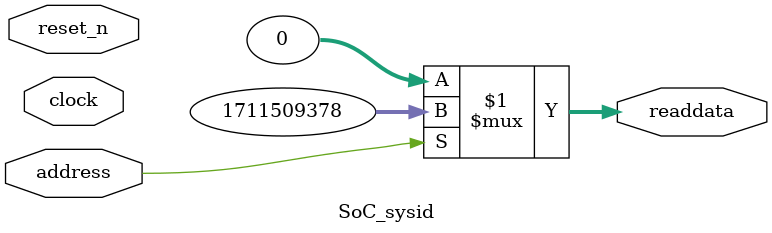
<source format=v>

`timescale 1ns / 1ps
// synthesis translate_on

// turn off superfluous verilog processor warnings 
// altera message_level Level1 
// altera message_off 10034 10035 10036 10037 10230 10240 10030 

module SoC_sysid (
               // inputs:
                address,
                clock,
                reset_n,

               // outputs:
                readdata
             )
;

  output  [ 31: 0] readdata;
  input            address;
  input            clock;
  input            reset_n;

  wire    [ 31: 0] readdata;
  //control_slave, which is an e_avalon_slave
  assign readdata = address ? 1711509378 : 0;

endmodule




</source>
